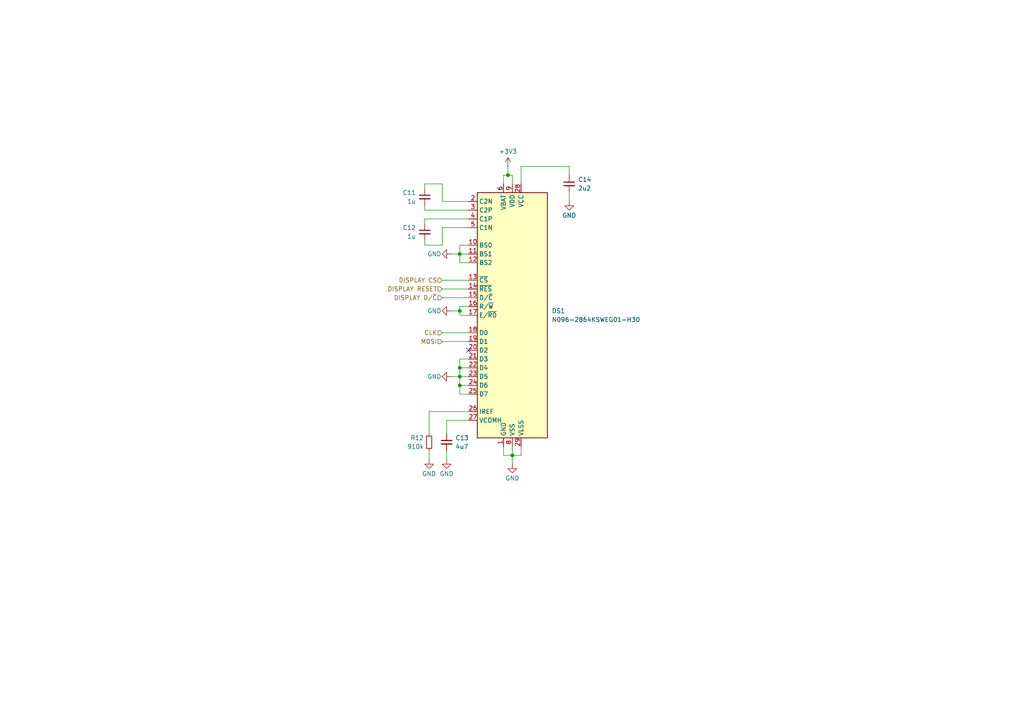
<source format=kicad_sch>
(kicad_sch (version 20250114) (generator "eeschema") (generator_version "9.0")
  (paper "A4")
  (title_block (title "ESP32MP3 devboard") (date "2025-12-08") (rev "Rev 1.0") (company "GiacoBot") (comment 1 "https://github.com/GiacoBot/ESP32MP3"))
  (lib_symbols
    (symbol "Device:C_Small" (pin_numbers (hide yes)) (pin_names (offset 0.254) (hide yes))
      (property "Reference" "C" (at 0.254 1.778 0))
      (property "Value" "C_Small" (at 0.254 -2.032 0))
      (symbol "C_Small_0_1"
        (polyline (pts (xy -1.524 0.508) (xy 1.524 0.508)) (stroke (width 0.3048)))
        (polyline (pts (xy -1.524 -0.508) (xy 1.524 -0.508)) (stroke (width 0.3302)))
      )
      (symbol "C_Small_1_1"
        (pin passive line (at 0 2.54 270) (length 2.032) (name "~") (number "1"))
        (pin passive line (at 0 -2.54 90) (length 2.032) (name "~") (number "2"))
      )
    )
    (symbol "Device:R_Small" (pin_numbers (hide yes)) (pin_names (offset 0.254) (hide yes))
      (property "Reference" "R" (at 0 0 90))
      (property "Value" "R_Small" (at 1.778 0 90))
      (symbol "R_Small_0_1"
        (rectangle (start -0.762 1.778) (end 0.762 -1.778) (stroke (width 0.2032)))
      )
      (symbol "R_Small_1_1"
        (pin passive line (at 0 2.54 270) (length 0.762) (name "~") (number "1"))
        (pin passive line (at 0 -2.54 90) (length 0.762) (name "~") (number "2"))
      )
    )
    (symbol "Display_Graphic:OLED-128O064D"
      (property "Reference" "DS" (at -10.16 38.1 0))
      (property "Value" "OLED-128O064D" (at 12.7 38.1 0))
      (symbol "OLED-128O064D_0_1"
        (rectangle (start -10.16 35.56) (end 10.16 -35.56) (stroke (width 0.254)) (fill (type background)))
      )
      (symbol "OLED-128O064D_1_1"
        (pin passive line (at -12.7 33.02 0) (length 2.54) (name "C2N") (number "2"))
        (pin passive line (at -12.7 30.48 0) (length 2.54) (name "C2P") (number "3"))
        (pin passive line (at -12.7 27.94 0) (length 2.54) (name "C1P") (number "4"))
        (pin passive line (at -12.7 25.4 0) (length 2.54) (name "C1N") (number "5"))
        (pin input line (at -12.7 20.32 0) (length 2.54) (name "BS0") (number "10"))
        (pin input line (at -12.7 17.78 0) (length 2.54) (name "BS1") (number "11"))
        (pin input line (at -12.7 15.24 0) (length 2.54) (name "BS2") (number "12"))
        (pin input line (at -12.7 10.16 0) (length 2.54) (name "~{CS}") (number "13"))
        (pin input line (at -12.7 7.62 0) (length 2.54) (name "~{RES}") (number "14"))
        (pin input line (at -12.7 5.08 0) (length 2.54) (name "D/~{C}") (number "15"))
        (pin input line (at -12.7 2.54 0) (length 2.54) (name "R/~{W}") (number "16"))
        (pin input line (at -12.7 0 0) (length 2.54) (name "E/~{RD}") (number "17"))
        (pin bidirectional line (at -12.7 -5.08 0) (length 2.54) (name "D0") (number "18"))
        (pin bidirectional line (at -12.7 -7.62 0) (length 2.54) (name "D1") (number "19"))
        (pin bidirectional line (at -12.7 -10.16 0) (length 2.54) (name "D2") (number "20"))
        (pin bidirectional line (at -12.7 -12.7 0) (length 2.54) (name "D3") (number "21"))
        (pin bidirectional line (at -12.7 -15.24 0) (length 2.54) (name "D4") (number "22"))
        (pin bidirectional line (at -12.7 -17.78 0) (length 2.54) (name "D5") (number "23"))
        (pin bidirectional line (at -12.7 -20.32 0) (length 2.54) (name "D6") (number "24"))
        (pin bidirectional line (at -12.7 -22.86 0) (length 2.54) (name "D7") (number "25"))
        (pin passive line (at -12.7 -27.94 0) (length 2.54) (name "IREF") (number "26"))
        (pin passive line (at -12.7 -30.48 0) (length 2.54) (name "VCOMH") (number "27"))
        (pin power_in line (at -2.54 38.1 270) (length 2.54) (name "VBAT") (number "6"))
        (pin power_in line (at -2.54 -38.1 90) (length 2.54) (name "GND") (number "1"))
        (pin passive line (at -2.54 -38.1 90) (length 2.54) (hide yes) (name "GND") (number "30"))
        (pin power_in line (at 0 38.1 270) (length 2.54) (name "VDD") (number "9"))
        (pin power_in line (at 0 -38.1 90) (length 2.54) (name "VSS") (number "8"))
        (pin power_in line (at 2.54 38.1 270) (length 2.54) (name "VCC") (number "28"))
        (pin power_in line (at 2.54 -38.1 90) (length 2.54) (name "VLSS") (number "29"))
        (pin no_connect line (at 10.16 0 180) (length 2.54) (hide yes) (name "NC") (number "7"))
      )
    )
    (symbol "power:+3V3" (power) (pin_numbers (hide yes)) (pin_names (offset 0) (hide yes))
      (property "Value" "+3V3" (at 0 3.556 0))
      (symbol "+3V3_0_1"
        (polyline (pts (xy -0.762 1.27) (xy 0 2.54)))
        (polyline (pts (xy 0 2.54) (xy 0.762 1.27)))
        (polyline (pts (xy 0 0) (xy 0 2.54)))
      )
      (symbol "+3V3_1_1"
        (pin power_in line (at 0 0 90) (length 0) (name "~") (number "1"))
      )
    )
    (symbol "power:GND" (power) (pin_numbers (hide yes)) (pin_names (offset 0) (hide yes))
      (property "Value" "GND" (at 0 -3.81 0))
      (symbol "GND_0_1"
        (polyline (pts (xy 0 0) (xy 0 -1.27) (xy 1.27 -1.27) (xy 0 -2.54) (xy -1.27 -1.27) (xy 0 -1.27)))
      )
      (symbol "GND_1_1"
        (pin power_in line (at 0 0 270) (length 0) (name "~") (number "1"))
      )
    )
  )
  (junction (at 133.35 109.22))
  (junction (at 147.32 50.8))
  (junction (at 133.35 106.68))
  (junction (at 133.35 111.76))
  (junction (at 148.59 132.08))
  (junction (at 133.35 90.17))
  (junction (at 133.35 73.66))
  (no_connect (at 135.89 101.6))
  (wire (pts (xy 146.05 132.08) (xy 148.59 132.08)))
  (wire (pts (xy 133.35 109.22) (xy 135.89 109.22)))
  (wire (pts (xy 128.27 66.04) (xy 128.27 71.12)))
  (wire (pts (xy 146.05 129.54) (xy 146.05 132.08)))
  (wire (pts (xy 133.35 71.12) (xy 135.89 71.12)))
  (wire (pts (xy 123.19 71.12) (xy 123.19 69.85)))
  (wire (pts (xy 129.54 121.92) (xy 135.89 121.92)))
  (wire (pts (xy 133.35 90.17) (xy 133.35 88.9)))
  (wire (pts (xy 151.13 132.08) (xy 151.13 129.54)))
  (wire (pts (xy 128.27 71.12) (xy 123.19 71.12)))
  (wire (pts (xy 133.35 71.12) (xy 133.35 73.66)))
  (wire (pts (xy 124.46 119.38) (xy 135.89 119.38)))
  (wire (pts (xy 128.27 53.34) (xy 123.19 53.34)))
  (wire (pts (xy 151.13 53.34) (xy 151.13 48.26)))
  (wire (pts (xy 151.13 48.26) (xy 165.1 48.26)))
  (wire (pts (xy 130.81 73.66) (xy 133.35 73.66)))
  (wire (pts (xy 133.35 114.3) (xy 135.89 114.3)))
  (wire (pts (xy 124.46 130.81) (xy 124.46 133.35)))
  (wire (pts (xy 133.35 88.9) (xy 135.89 88.9)))
  (wire (pts (xy 128.27 81.28) (xy 135.89 81.28)))
  (wire (pts (xy 135.89 63.5) (xy 123.19 63.5)))
  (wire (pts (xy 128.27 96.52) (xy 135.89 96.52)))
  (wire (pts (xy 133.35 111.76) (xy 133.35 114.3)))
  (wire (pts (xy 133.35 111.76) (xy 135.89 111.76)))
  (wire (pts (xy 133.35 73.66) (xy 133.35 76.2)))
  (wire (pts (xy 147.32 50.8) (xy 148.59 50.8)))
  (wire (pts (xy 133.35 90.17) (xy 133.35 91.44)))
  (wire (pts (xy 129.54 125.73) (xy 129.54 121.92)))
  (wire (pts (xy 130.81 109.22) (xy 133.35 109.22)))
  (wire (pts (xy 129.54 130.81) (xy 129.54 133.35)))
  (wire (pts (xy 148.59 129.54) (xy 148.59 132.08)))
  (wire (pts (xy 135.89 104.14) (xy 133.35 104.14)))
  (wire (pts (xy 128.27 99.06) (xy 135.89 99.06)))
  (wire (pts (xy 148.59 132.08) (xy 148.59 134.62)))
  (wire (pts (xy 128.27 58.42) (xy 128.27 53.34)))
  (wire (pts (xy 133.35 106.68) (xy 135.89 106.68)))
  (wire (pts (xy 165.1 55.88) (xy 165.1 58.42)))
  (wire (pts (xy 133.35 109.22) (xy 133.35 111.76)))
  (wire (pts (xy 146.05 53.34) (xy 146.05 50.8)))
  (wire (pts (xy 128.27 83.82) (xy 135.89 83.82)))
  (wire (pts (xy 135.89 66.04) (xy 128.27 66.04)))
  (wire (pts (xy 148.59 132.08) (xy 151.13 132.08)))
  (wire (pts (xy 135.89 58.42) (xy 128.27 58.42)))
  (wire (pts (xy 133.35 91.44) (xy 135.89 91.44)))
  (wire (pts (xy 123.19 60.96) (xy 123.19 59.69)))
  (wire (pts (xy 128.27 86.36) (xy 135.89 86.36)))
  (wire (pts (xy 124.46 125.73) (xy 124.46 119.38)))
  (wire (pts (xy 146.05 50.8) (xy 147.32 50.8)))
  (wire (pts (xy 165.1 50.8) (xy 165.1 48.26)))
  (wire (pts (xy 133.35 106.68) (xy 133.35 109.22)))
  (wire (pts (xy 133.35 73.66) (xy 135.89 73.66)))
  (wire (pts (xy 147.32 48.26) (xy 147.32 50.8)))
  (wire (pts (xy 130.81 90.17) (xy 133.35 90.17)))
  (wire (pts (xy 133.35 104.14) (xy 133.35 106.68)))
  (wire (pts (xy 148.59 50.8) (xy 148.59 53.34)))
  (wire (pts (xy 135.89 60.96) (xy 123.19 60.96)))
  (wire (pts (xy 123.19 53.34) (xy 123.19 54.61)))
  (wire (pts (xy 123.19 63.5) (xy 123.19 64.77)))
  (wire (pts (xy 133.35 76.2) (xy 135.89 76.2)))
  (hierarchical_label "DISPLAY CS" (shape input) (at 128.27 81.28 180))
  (hierarchical_label "DISPLAY D{slash}~{C}" (shape input) (at 128.27 86.36 180))
  (hierarchical_label "CLK" (shape input) (at 128.27 96.52 180))
  (hierarchical_label "MOSI" (shape input) (at 128.27 99.06 180))
  (hierarchical_label "DISPLAY RESET" (shape input) (at 128.27 83.82 180))
  (symbol (lib_id "power:GND") (at 130.81 73.66 270) (unit 1)
    (property "Reference" "#PWR045" (effects (hide yes)))
    (property "Value" "GND" (at 125.984 73.66 90))
    (property "Description" "Power symbol creates a global label with name \"GND\" , ground" (effects (hide yes)))
  )
  (symbol (lib_id "power:GND") (at 148.59 134.62 0) (unit 1)
    (property "Reference" "#PWR049" (effects (hide yes)))
    (property "Value" "GND" (at 148.59 138.684 0))
    (property "Description" "Power symbol creates a global label with name \"GND\" , ground" (effects (hide yes)))
  )
  (symbol (lib_id "power:GND") (at 165.1 58.42 0) (unit 1)
    (property "Reference" "#PWR050" (effects (hide yes)))
    (property "Value" "GND" (at 165.1 62.484 0))
    (property "Description" "Power symbol creates a global label with name \"GND\" , ground" (effects (hide yes)))
  )
  (symbol (lib_id "power:GND") (at 130.81 109.22 270) (unit 1)
    (property "Reference" "#PWR047" (effects (hide yes)))
    (property "Value" "GND" (at 125.984 109.22 90))
    (property "Description" "Power symbol creates a global label with name \"GND\" , ground" (effects (hide yes)))
  )
  (symbol (lib_id "power:GND") (at 129.54 133.35 0) (unit 1)
    (property "Reference" "#PWR044" (effects (hide yes)))
    (property "Value" "GND" (at 129.54 137.414 0))
    (property "Description" "Power symbol creates a global label with name \"GND\" , ground" (effects (hide yes)))
  )
  (symbol (lib_id "Device:C_Small") (at 123.19 67.31 0) (mirror y) (unit 1)
    (property "Reference" "C12" (at 120.65 66.0462 0) (effects (justify left)))
    (property "Value" "1u" (at 120.65 68.5862 0) (effects (justify left)))
    (property "Footprint" "Capacitor_SMD:C_0603_1608Metric" (effects (hide yes)))
    (property "Description" "Unpolarized capacitor, small symbol" (effects (hide yes)))
    (property "Part Number" "Samsung Electro-Mechanics CL10B105KA8NNNC" (effects (hide yes)))
  )
  (symbol (lib_id "power:GND") (at 124.46 133.35 0) (mirror y) (unit 1)
    (property "Reference" "#PWR043" (effects (hide yes)))
    (property "Value" "GND" (at 124.46 137.414 0))
    (property "Description" "Power symbol creates a global label with name \"GND\" , ground" (effects (hide yes)))
  )
  (symbol (lib_id "Device:C_Small") (at 123.19 57.15 0) (mirror y) (unit 1)
    (property "Reference" "C11" (at 120.65 55.8862 0) (effects (justify left)))
    (property "Value" "1u" (at 120.65 58.4262 0) (effects (justify left)))
    (property "Footprint" "Capacitor_SMD:C_0603_1608Metric" (effects (hide yes)))
    (property "Description" "Unpolarized capacitor, small symbol" (effects (hide yes)))
    (property "Part Number" "Samsung Electro-Mechanics CL10B105KA8NNNC" (effects (hide yes)))
  )
  (symbol (lib_id "Device:C_Small") (at 165.1 53.34 0) (unit 1)
    (property "Reference" "C14" (at 167.64 52.0762 0) (effects (justify left)))
    (property "Value" "2u2" (at 167.64 54.6162 0) (effects (justify left)))
    (property "Footprint" "Capacitor_SMD:C_0603_1608Metric" (effects (hide yes)))
    (property "Description" "Unpolarized capacitor, small symbol" (effects (hide yes)))
    (property "Part Number" "muRata GRM188Z71E225KE43D" (effects (hide yes)))
  )
  (symbol (lib_id "power:GND") (at 130.81 90.17 270) (unit 1)
    (property "Reference" "#PWR046" (effects (hide yes)))
    (property "Value" "GND" (at 125.984 90.17 90))
    (property "Description" "Power symbol creates a global label with name \"GND\" , ground" (effects (hide yes)))
  )
  (symbol (lib_id "Display_Graphic:OLED-128O064D") (at 148.59 91.44 0) (unit 1)
    (property "Reference" "DS1" (at 160.02 90.1699 0) (effects (justify left)))
    (property "Value" "N096-2864KSWEG01-H30" (at 160.02 92.7099 0) (effects (justify left)))
    (property "Footprint" "Library:N096-2864KSWEG01-H30" (effects (hide yes)))
    (property "Datasheet" "https://www.lcsc.com/datasheet/C2890596.pdf" (effects (hide yes)))
    (property "Description" "OLED display 128x64" (effects (hide yes)))
    (property "Part Number" "Wisevision N096-2864KSWEG01-H30 " (effects (hide yes)))
  )
  (symbol (lib_id "Device:R_Small") (at 124.46 128.27 0) (mirror y) (unit 1)
    (property "Reference" "R12" (at 122.936 127 0) (effects (justify left)))
    (property "Value" "910k" (at 122.936 129.54 0) (effects (justify left)))
    (property "Footprint" "Resistor_SMD:R_0603_1608Metric_Pad0.98x0.95mm_HandSolder" (effects (hide yes)))
    (property "Description" "Resistor, small symbol" (effects (hide yes)))
    (property "Part Number" "YAGEO RC0603FR-07910KL" (effects (hide yes)))
  )
  (symbol (lib_id "power:+3V3") (at 147.32 48.26 0) (unit 1)
    (property "Reference" "#PWR048" (effects (hide yes)))
    (property "Value" "+3V3" (at 147.32 43.942 0))
    (property "Description" "Power symbol creates a global label with name \"+3V3\"" (effects (hide yes)))
  )
  (symbol (lib_id "Device:C_Small") (at 129.54 128.27 0) (unit 1)
    (property "Reference" "C13" (at 132.08 127.0062 0) (effects (justify left)))
    (property "Value" "4u7" (at 132.08 129.5462 0) (effects (justify left)))
    (property "Footprint" "Capacitor_SMD:C_0603_1608Metric" (effects (hide yes)))
    (property "Description" "Unpolarized capacitor, small symbol" (effects (hide yes)))
    (property "Part Number" "Samsung Electro-Mechanics CL10A475KA8NQNC" (effects (hide yes)))
  )
)
</source>
